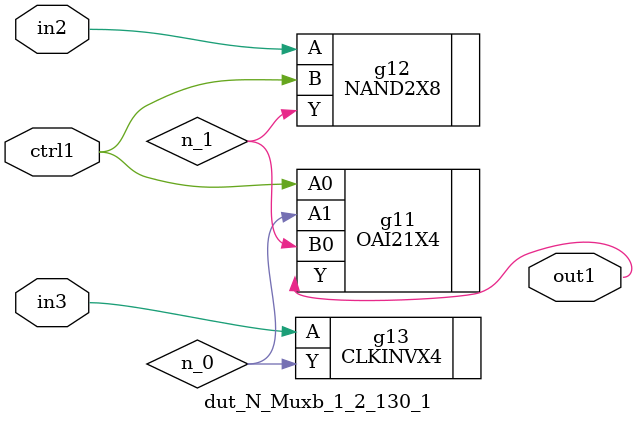
<source format=v>
`timescale 1ps / 1ps


module dut_N_Muxb_1_2_130_1(in3, in2, ctrl1, out1);
  input in3, in2, ctrl1;
  output out1;
  wire in3, in2, ctrl1;
  wire out1;
  wire n_0, n_1;
  OAI21X4 g11(.A0 (ctrl1), .A1 (n_0), .B0 (n_1), .Y (out1));
  NAND2X8 g12(.A (in2), .B (ctrl1), .Y (n_1));
  CLKINVX4 g13(.A (in3), .Y (n_0));
endmodule



</source>
